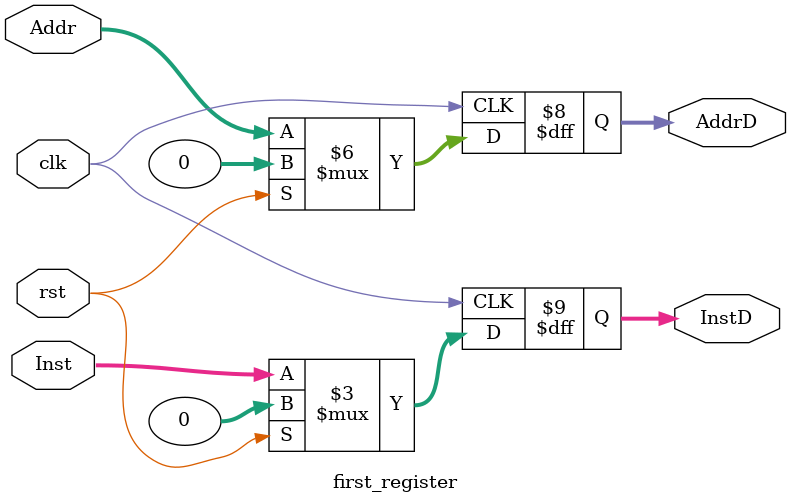
<source format=sv>
module first_register (
    input               clk ,rst,
    input  logic [31:0] Addr, Inst,
    output logic [31:0] AddrD, InstD
);
    always_ff @( posedge clk ) begin 
     
        if(rst) begin
            AddrD <= 32'b0;
            InstD <= 32'b0;
        end
        // else if(StallD) begin
        //     AddrD <= AddrD;
        //     InstD <= InstD;
        // end
        // else if (FlushD) begin
        //     InstD <= 32'h00000013;
        // end
        else begin
            AddrD <= Addr;
            InstD <= Inst;
        end
    end
    
endmodule
</source>
